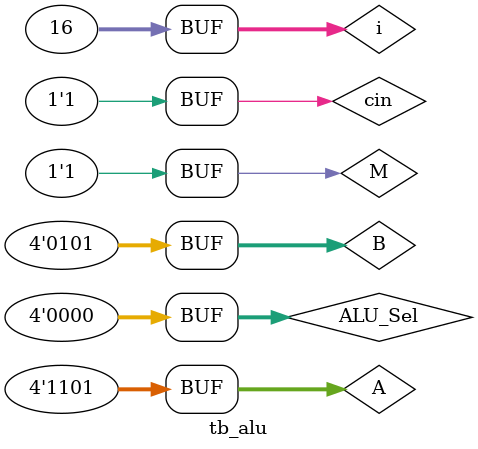
<source format=sv>
module tb_alu;
//Inputs
  reg[3:0] A,B;
  reg[3:0] ALU_Sel;
  reg M, cin;
  //outputs
  wire Cn4, equality_check,P,G;
  wire [3:0] F;
 // Verilog code for ALU
 integer i;
 alu test_unit(
            A,B,  // ALU 8-bit Inputs                 
            ALU_Sel,// ALU Selection
   			M,cin,
   			Cn4,equality_check,P,G,F
     );
    initial begin
    // hold reset state for 100 ns.
      
      $dumpfile("test.vcd");
      $dumpvars;

      A = 4'b1101;
      B = 4'b0101;
      cin = 1;
      M = 1;
      ALU_Sel = 4'h0;
      $monitor("A = %b, B = %b, ALU_Select = %b, Cn = %b, M = %b, F = %b, eq_check = %b, cout = %b", A, B, ALU_Sel, cin, M, F, equality_check, Cn4);
      for (i=0;i<=15;i=i+1)
      begin
       ALU_Sel = ALU_Sel + 8'h01;
       M = ~M;
       #10;
      end
      
    end
endmodule
</source>
